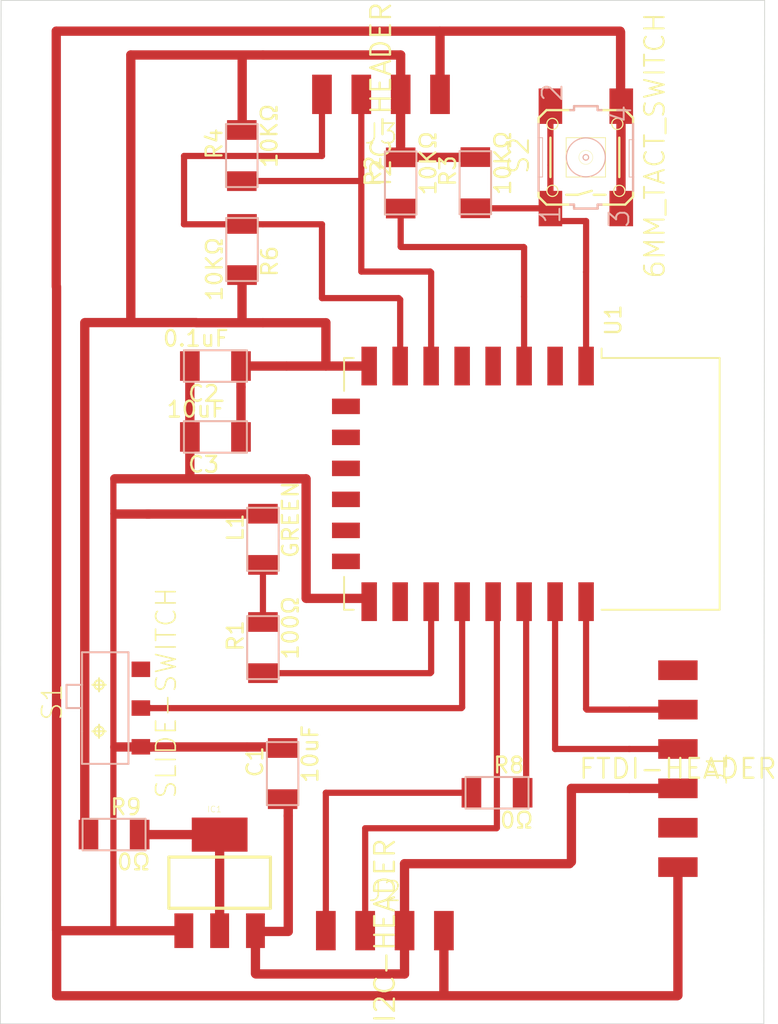
<source format=kicad_pcb>
(kicad_pcb (version 20171130) (host pcbnew "(5.1.5-0-10_14)")

  (general
    (thickness 1.6)
    (drawings 5)
    (tracks 134)
    (zones 0)
    (modules 18)
    (nets 17)
  )

  (page A4)
  (layers
    (0 F.Cu signal)
    (31 B.Cu signal)
    (32 B.Adhes user)
    (33 F.Adhes user)
    (34 B.Paste user)
    (35 F.Paste user)
    (36 B.SilkS user)
    (37 F.SilkS user)
    (38 B.Mask user)
    (39 F.Mask user)
    (40 Dwgs.User user)
    (41 Cmts.User user)
    (42 Eco1.User user)
    (43 Eco2.User user)
    (44 Edge.Cuts user)
    (45 Margin user)
    (46 B.CrtYd user)
    (47 F.CrtYd user)
    (48 B.Fab user)
    (49 F.Fab user hide)
  )

  (setup
    (last_trace_width 0.4)
    (trace_clearance 0.3)
    (zone_clearance 0.508)
    (zone_45_only no)
    (trace_min 0.2)
    (via_size 0.6)
    (via_drill 0.4)
    (via_min_size 0.4)
    (via_min_drill 0.3)
    (uvia_size 0.3)
    (uvia_drill 0.1)
    (uvias_allowed no)
    (uvia_min_size 0.2)
    (uvia_min_drill 0.1)
    (edge_width 0.05)
    (segment_width 0.2)
    (pcb_text_width 0.3)
    (pcb_text_size 1.5 1.5)
    (mod_edge_width 0.12)
    (mod_text_size 1 1)
    (mod_text_width 0.15)
    (pad_size 1.524 1.524)
    (pad_drill 0.762)
    (pad_to_mask_clearance 0.051)
    (solder_mask_min_width 0.25)
    (aux_axis_origin 0 0)
    (visible_elements FFFFFF7F)
    (pcbplotparams
      (layerselection 0x010fc_ffffffff)
      (usegerberextensions false)
      (usegerberattributes false)
      (usegerberadvancedattributes false)
      (creategerberjobfile false)
      (excludeedgelayer true)
      (linewidth 0.100000)
      (plotframeref false)
      (viasonmask false)
      (mode 1)
      (useauxorigin false)
      (hpglpennumber 1)
      (hpglpenspeed 20)
      (hpglpendiameter 15.000000)
      (psnegative false)
      (psa4output false)
      (plotreference true)
      (plotvalue true)
      (plotinvisibletext false)
      (padsonsilk false)
      (subtractmaskfromsilk false)
      (outputformat 1)
      (mirror false)
      (drillshape 1)
      (scaleselection 1)
      (outputdirectory ""))
  )

  (net 0 "")
  (net 1 3V3)
  (net 2 GND)
  (net 3 3V3REG)
  (net 4 TX)
  (net 5 RX)
  (net 6 RST)
  (net 7 "Net-(L1-Pad1)")
  (net 8 SDAI)
  (net 9 SCLI)
  (net 10 BUILTIN_LED)
  (net 11 "Net-(R2-Pad1)")
  (net 12 SDAO)
  (net 13 SCLO)
  (net 14 "Net-(J2-Pad4)")
  (net 15 "Net-(S1-Pad2)")
  (net 16 "Net-(IC1-Pad2)")

  (net_class Default "This is the default net class."
    (clearance 0.3)
    (trace_width 0.4)
    (via_dia 0.6)
    (via_drill 0.4)
    (uvia_dia 0.3)
    (uvia_drill 0.1)
    (diff_pair_width 0.4)
    (diff_pair_gap 0.25)
    (add_net 3V3)
    (add_net 3V3REG)
    (add_net BUILTIN_LED)
    (add_net GND)
    (add_net "Net-(IC1-Pad2)")
    (add_net "Net-(J2-Pad4)")
    (add_net "Net-(L1-Pad1)")
    (add_net "Net-(R2-Pad1)")
    (add_net "Net-(S1-Pad2)")
    (add_net RST)
    (add_net RX)
    (add_net SCLI)
    (add_net SCLO)
    (add_net SDAI)
    (add_net SDAO)
    (add_net TX)
  )

  (module fab-AYZ0102AGRLC (layer F.Cu) (tedit 200000) (tstamp 5E953874)
    (at 146.3113 100.43936 90)
    (path /5E8C7A5A)
    (attr smd)
    (fp_text reference S1 (at 0.381 -3.429 90) (layer F.SilkS)
      (effects (font (size 1.27 1.27) (thickness 0.1016)))
    )
    (fp_text value SLIDE-SWITCH (at 0.97536 3.937 90) (layer F.SilkS)
      (effects (font (size 1.27 1.27) (thickness 0.1016)))
    )
    (fp_line (start -3.59918 1.4986) (end 3.59918 1.4986) (layer B.SilkS) (width 0.127))
    (fp_line (start 3.59918 1.4986) (end 3.59918 -1.4986) (layer B.SilkS) (width 0.127))
    (fp_line (start 3.59918 -1.4986) (end 1.4986 -1.4986) (layer B.SilkS) (width 0.127))
    (fp_line (start 1.4986 -1.4986) (end -1.4986 -1.4986) (layer B.SilkS) (width 0.127))
    (fp_line (start -1.4986 -1.4986) (end -3.59918 -1.4986) (layer B.SilkS) (width 0.127))
    (fp_line (start -3.59918 -1.4986) (end -3.59918 1.4986) (layer B.SilkS) (width 0.127))
    (fp_line (start 0 -1.59766) (end 0 -2.49936) (layer B.SilkS) (width 0.127))
    (fp_line (start 0 -2.49936) (end 1.4986 -2.49936) (layer B.SilkS) (width 0.127))
    (fp_line (start 1.4986 -2.49936) (end 1.4986 -1.4986) (layer B.SilkS) (width 0.127))
    (fp_circle (center -1.4986 -0.39878) (end -1.70942 -0.6096) (layer F.SilkS) (width 0.127))
    (fp_line (start -1.92278 -0.39878) (end -1.07442 -0.39878) (layer F.SilkS) (width 0.127))
    (fp_line (start -1.4986 0.02286) (end -1.4986 -0.82296) (layer F.SilkS) (width 0.127))
    (fp_circle (center 1.4986 -0.39878) (end 1.70942 -0.6096) (layer F.SilkS) (width 0.127))
    (fp_line (start 1.07442 -0.39878) (end 1.92278 -0.39878) (layer F.SilkS) (width 0.127))
    (fp_line (start 1.4986 0.02286) (end 1.4986 -0.82296) (layer F.SilkS) (width 0.127))
    (pad 1 smd rect (at 2.49936 2.2987 90) (size 0.99822 1.19888) (layers F.Cu F.Paste F.Mask))
    (pad 2 smd rect (at 0 2.2987 90) (size 0.99822 1.19888) (layers F.Cu F.Paste F.Mask)
      (net 15 "Net-(S1-Pad2)"))
    (pad 3 smd rect (at -2.49936 2.2987 90) (size 0.99822 1.19888) (layers F.Cu F.Paste F.Mask)
      (net 2 GND))
    (model ${KISYS3DMOD}/Button_Switch_SMD.3dshapes/SW_DIP_SPSTx01_Slide_9.78x4.72mm_W8.61mm_P2.54mm.step
      (offset (xyz -0 -2.4 0))
      (scale (xyz 0.6 0.6 0.6))
      (rotate (xyz 0 0 90))
    )
  )

  (module fab-C1206FAB (layer F.Cu) (tedit 200000) (tstamp 5E97EB21)
    (at 157.76 104.667 90)
    (path /5E8FDBC6)
    (attr smd)
    (fp_text reference C1 (at 0.762 -1.778 90) (layer F.SilkS)
      (effects (font (size 1.016 1.016) (thickness 0.1524)))
    )
    (fp_text value 10uF (at 1.27 1.778 90) (layer F.SilkS)
      (effects (font (size 1.016 1.016) (thickness 0.1524)))
    )
    (fp_line (start -2.032 1.016) (end -2.032 -1.016) (layer B.SilkS) (width 0.127))
    (fp_line (start 2.032 1.016) (end -2.032 1.016) (layer B.SilkS) (width 0.127))
    (fp_line (start 2.032 -1.016) (end 2.032 1.016) (layer B.SilkS) (width 0.127))
    (fp_line (start -2.032 -1.016) (end 2.032 -1.016) (layer B.SilkS) (width 0.127))
    (pad 2 smd rect (at 1.651 0 90) (size 1.27 1.905) (layers F.Cu F.Paste F.Mask)
      (net 2 GND))
    (pad 1 smd rect (at -1.651 0 90) (size 1.27 1.905) (layers F.Cu F.Paste F.Mask)
      (net 3 3V3REG))
    (model ${KISYS3DMOD}/Capacitor_SMD.3dshapes/C_1206_3216Metric.step
      (at (xyz 0 0 0))
      (scale (xyz 1 1 1))
      (rotate (xyz 0 0 0))
    )
  )

  (module fab-C1206FAB (layer F.Cu) (tedit 200000) (tstamp 5E97EB2B)
    (at 153.423 78.378 180)
    (path /5E8FEBC8)
    (attr smd)
    (fp_text reference C2 (at 0.762 -1.778) (layer F.SilkS)
      (effects (font (size 1.016 1.016) (thickness 0.1524)))
    )
    (fp_text value 0.1uF (at 1.27 1.778) (layer F.SilkS)
      (effects (font (size 1.016 1.016) (thickness 0.1524)))
    )
    (fp_line (start -2.032 1.016) (end -2.032 -1.016) (layer B.SilkS) (width 0.127))
    (fp_line (start 2.032 1.016) (end -2.032 1.016) (layer B.SilkS) (width 0.127))
    (fp_line (start 2.032 -1.016) (end 2.032 1.016) (layer B.SilkS) (width 0.127))
    (fp_line (start -2.032 -1.016) (end 2.032 -1.016) (layer B.SilkS) (width 0.127))
    (pad 2 smd rect (at 1.651 0 180) (size 1.27 1.905) (layers F.Cu F.Paste F.Mask)
      (net 2 GND))
    (pad 1 smd rect (at -1.651 0 180) (size 1.27 1.905) (layers F.Cu F.Paste F.Mask)
      (net 1 3V3))
    (model ${KISYS3DMOD}/Capacitor_SMD.3dshapes/C_1206_3216Metric.step
      (at (xyz 0 0 0))
      (scale (xyz 1 1 1))
      (rotate (xyz 0 0 0))
    )
  )

  (module fab-C1206FAB (layer F.Cu) (tedit 200000) (tstamp 5E97EB35)
    (at 153.423 82.95 180)
    (path /5E900157)
    (attr smd)
    (fp_text reference C3 (at 0.762 -1.778) (layer F.SilkS)
      (effects (font (size 1.016 1.016) (thickness 0.1524)))
    )
    (fp_text value 10uF (at 1.27 1.778) (layer F.SilkS)
      (effects (font (size 1.016 1.016) (thickness 0.1524)))
    )
    (fp_line (start -2.032 -1.016) (end 2.032 -1.016) (layer B.SilkS) (width 0.127))
    (fp_line (start 2.032 -1.016) (end 2.032 1.016) (layer B.SilkS) (width 0.127))
    (fp_line (start 2.032 1.016) (end -2.032 1.016) (layer B.SilkS) (width 0.127))
    (fp_line (start -2.032 1.016) (end -2.032 -1.016) (layer B.SilkS) (width 0.127))
    (pad 1 smd rect (at -1.651 0 180) (size 1.27 1.905) (layers F.Cu F.Paste F.Mask)
      (net 1 3V3))
    (pad 2 smd rect (at 1.651 0 180) (size 1.27 1.905) (layers F.Cu F.Paste F.Mask)
      (net 2 GND))
    (model ${KISYS3DMOD}/Capacitor_SMD.3dshapes/C_1206_3216Metric.step
      (at (xyz 0 0 0))
      (scale (xyz 1 1 1))
      (rotate (xyz 0 0 0))
    )
  )

  (module fab-1X06SMD (layer F.Cu) (tedit 200000) (tstamp 5E97EB7C)
    (at 183.275 104.35 180)
    (path /5E8F3E86)
    (attr smd)
    (fp_text reference J1 (at -2.54 0 90) (layer F.SilkS)
      (effects (font (size 1.27 1.27) (thickness 0.1016)))
    )
    (fp_text value FTDI-HEADER (at 0 0) (layer F.SilkS)
      (effects (font (size 1.27 1.27) (thickness 0.15)))
    )
    (pad 1 smd rect (at 0 -6.35 180) (size 2.54 1.27) (layers F.Cu F.Paste F.Mask)
      (net 2 GND))
    (pad 2 smd rect (at 0 -3.81 180) (size 2.54 1.27) (layers F.Cu F.Paste F.Mask))
    (pad 3 smd rect (at 0 -1.27 180) (size 2.54 1.27) (layers F.Cu F.Paste F.Mask)
      (net 3 3V3REG))
    (pad 4 smd rect (at 0 1.27 180) (size 2.54 1.27) (layers F.Cu F.Paste F.Mask)
      (net 4 TX))
    (pad 5 smd rect (at 0 3.81 180) (size 2.54 1.27) (layers F.Cu F.Paste F.Mask)
      (net 5 RX))
    (pad 6 smd rect (at 0 6.35 180) (size 2.54 1.27) (layers F.Cu F.Paste F.Mask))
    (model ${KISYS3DMOD}/Connector_PinHeader_2.54mm.3dshapes/PinHeader_1x06_P2.54mm_Horizontal.wrl
      (offset (xyz 0 -6.3 0))
      (scale (xyz 1 1 1))
      (rotate (xyz 0 0 180))
    )
  )

  (module fab-R1206FAB (layer F.Cu) (tedit 200000) (tstamp 5E97EB90)
    (at 170.2 66.551 90)
    (path /5E8DB166)
    (attr smd)
    (fp_text reference R3 (at 0.762 -1.778 90) (layer F.SilkS)
      (effects (font (size 1.016 1.016) (thickness 0.1524)))
    )
    (fp_text value 10KΩ (at 1.27 1.778 90) (layer F.SilkS)
      (effects (font (size 1.016 1.016) (thickness 0.1524)))
    )
    (fp_line (start -2.032 -1.016) (end 2.032 -1.016) (layer B.SilkS) (width 0.127))
    (fp_line (start 2.032 -1.016) (end 2.032 1.016) (layer B.SilkS) (width 0.127))
    (fp_line (start 2.032 1.016) (end -2.032 1.016) (layer B.SilkS) (width 0.127))
    (fp_line (start -2.032 1.016) (end -2.032 -1.016) (layer B.SilkS) (width 0.127))
    (pad 1 smd rect (at -1.651 0 90) (size 1.27 1.905) (layers F.Cu F.Paste F.Mask)
      (net 6 RST))
    (pad 2 smd rect (at 1.651 0 90) (size 1.27 1.905) (layers F.Cu F.Paste F.Mask)
      (net 1 3V3))
    (model ${KISYS3DMOD}/Resistor_SMD.3dshapes/R_1206_3216Metric.step
      (at (xyz 0 0 0))
      (scale (xyz 1 1 1))
      (rotate (xyz 0 0 0))
    )
  )

  (module fab-R1206FAB (layer F.Cu) (tedit 200000) (tstamp 5E97EBAE)
    (at 155.14 70.86 270)
    (path /5EE109D6)
    (attr smd)
    (fp_text reference R6 (at 0.762 -1.778 90) (layer F.SilkS)
      (effects (font (size 1.016 1.016) (thickness 0.1524)))
    )
    (fp_text value 10KΩ (at 1.27 1.778 90) (layer F.SilkS)
      (effects (font (size 1.016 1.016) (thickness 0.1524)))
    )
    (fp_line (start -2.032 -1.016) (end 2.032 -1.016) (layer B.SilkS) (width 0.127))
    (fp_line (start 2.032 -1.016) (end 2.032 1.016) (layer B.SilkS) (width 0.127))
    (fp_line (start 2.032 1.016) (end -2.032 1.016) (layer B.SilkS) (width 0.127))
    (fp_line (start -2.032 1.016) (end -2.032 -1.016) (layer B.SilkS) (width 0.127))
    (pad 1 smd rect (at -1.651 0 270) (size 1.27 1.905) (layers F.Cu F.Paste F.Mask)
      (net 13 SCLO))
    (pad 2 smd rect (at 1.651 0 270) (size 1.27 1.905) (layers F.Cu F.Paste F.Mask)
      (net 1 3V3))
    (model ${KISYS3DMOD}/Resistor_SMD.3dshapes/R_1206_3216Metric.step
      (at (xyz 0 0 0))
      (scale (xyz 1 1 1))
      (rotate (xyz 0 0 0))
    )
  )

  (module fab-6MM_SWITCH (layer F.Cu) (tedit 200000) (tstamp 5E97EC1E)
    (at 177.332 64.916 90)
    (descr "OMRON SWITCH")
    (tags "OMRON SWITCH")
    (path /5E8D98B1)
    (attr smd)
    (fp_text reference S2 (at 0.127 -4.318 90) (layer F.SilkS)
      (effects (font (size 1.27 1.27) (thickness 0.127)))
    )
    (fp_text value 6MM_TACT_SWITCH (at 0.762 4.445 90) (layer F.SilkS)
      (effects (font (size 1.27 1.27) (thickness 0.127)))
    )
    (fp_line (start 3.302 0.762) (end 3.048 0.762) (layer B.SilkS) (width 0.1524))
    (fp_line (start 3.302 0.762) (end 3.302 -0.762) (layer B.SilkS) (width 0.1524))
    (fp_line (start 3.048 -0.762) (end 3.302 -0.762) (layer B.SilkS) (width 0.1524))
    (fp_line (start 3.048 -1.016) (end 3.048 -2.54) (layer F.SilkS) (width 0.1524))
    (fp_line (start -3.302 -0.762) (end -3.048 -0.762) (layer B.SilkS) (width 0.1524))
    (fp_line (start -3.302 -0.762) (end -3.302 0.762) (layer B.SilkS) (width 0.1524))
    (fp_line (start -3.048 0.762) (end -3.302 0.762) (layer B.SilkS) (width 0.1524))
    (fp_line (start 3.048 -2.54) (end 2.54 -3.048) (layer F.SilkS) (width 0.1524))
    (fp_line (start 2.54 3.048) (end 3.048 2.54) (layer F.SilkS) (width 0.1524))
    (fp_line (start 3.048 2.54) (end 3.048 1.016) (layer F.SilkS) (width 0.1524))
    (fp_line (start -2.54 -3.048) (end -3.048 -2.54) (layer F.SilkS) (width 0.1524))
    (fp_line (start -3.048 -2.54) (end -3.048 -1.016) (layer F.SilkS) (width 0.1524))
    (fp_line (start -2.54 3.048) (end -3.048 2.54) (layer F.SilkS) (width 0.1524))
    (fp_line (start -3.048 2.54) (end -3.048 1.016) (layer F.SilkS) (width 0.1524))
    (fp_line (start -1.27 -1.27) (end -1.27 1.27) (layer F.SilkS) (width 0.0508))
    (fp_line (start 1.27 1.27) (end -1.27 1.27) (layer F.SilkS) (width 0.0508))
    (fp_line (start 1.27 1.27) (end 1.27 -1.27) (layer F.SilkS) (width 0.0508))
    (fp_line (start -1.27 -1.27) (end 1.27 -1.27) (layer F.SilkS) (width 0.0508))
    (fp_line (start -1.27 -3.048) (end -1.27 -2.794) (layer B.SilkS) (width 0.0508))
    (fp_line (start 1.27 -2.794) (end -1.27 -2.794) (layer B.SilkS) (width 0.0508))
    (fp_line (start 1.27 -2.794) (end 1.27 -3.048) (layer B.SilkS) (width 0.0508))
    (fp_line (start 1.143 2.794) (end -1.27 2.794) (layer B.SilkS) (width 0.0508))
    (fp_line (start 1.143 2.794) (end 1.143 3.048) (layer B.SilkS) (width 0.0508))
    (fp_line (start -1.27 2.794) (end -1.27 3.048) (layer B.SilkS) (width 0.0508))
    (fp_line (start 2.54 3.048) (end 2.159 3.048) (layer F.SilkS) (width 0.1524))
    (fp_line (start -2.54 3.048) (end -2.159 3.048) (layer F.SilkS) (width 0.1524))
    (fp_line (start -2.159 3.048) (end -1.27 3.048) (layer B.SilkS) (width 0.1524))
    (fp_line (start -2.54 -3.048) (end -2.159 -3.048) (layer F.SilkS) (width 0.1524))
    (fp_line (start 2.54 -3.048) (end 2.159 -3.048) (layer F.SilkS) (width 0.1524))
    (fp_line (start 2.159 -3.048) (end 1.27 -3.048) (layer B.SilkS) (width 0.1524))
    (fp_line (start 1.27 -3.048) (end -1.27 -3.048) (layer B.SilkS) (width 0.1524))
    (fp_line (start -1.27 -3.048) (end -2.159 -3.048) (layer B.SilkS) (width 0.1524))
    (fp_line (start -1.27 3.048) (end 1.143 3.048) (layer B.SilkS) (width 0.1524))
    (fp_line (start 1.143 3.048) (end 2.159 3.048) (layer B.SilkS) (width 0.1524))
    (fp_line (start 3.048 0.762) (end 3.048 1.016) (layer B.SilkS) (width 0.1524))
    (fp_line (start 3.048 -0.762) (end 3.048 -1.016) (layer B.SilkS) (width 0.1524))
    (fp_line (start -3.048 0.762) (end -3.048 1.016) (layer B.SilkS) (width 0.1524))
    (fp_line (start -3.048 -0.762) (end -3.048 -1.016) (layer B.SilkS) (width 0.1524))
    (fp_line (start -1.27 2.159) (end 1.27 2.159) (layer F.SilkS) (width 0.1524))
    (fp_line (start 1.27 -2.286) (end -1.27 -2.286) (layer F.SilkS) (width 0.1524))
    (fp_line (start -2.413 -1.27) (end -2.413 -0.508) (layer F.SilkS) (width 0.1524))
    (fp_line (start -2.413 0.508) (end -2.413 1.27) (layer F.SilkS) (width 0.1524))
    (fp_line (start -2.413 -0.508) (end -2.159 0.381) (layer F.SilkS) (width 0.1524))
    (fp_circle (center 0 0) (end -0.889 0.889) (layer B.SilkS) (width 0.0762))
    (fp_circle (center -2.159 2.159) (end -2.413 2.413) (layer F.SilkS) (width 0.0762))
    (fp_circle (center 2.159 2.032) (end 2.413 2.286) (layer F.SilkS) (width 0.0762))
    (fp_circle (center 2.159 -2.159) (end 2.413 -2.413) (layer F.SilkS) (width 0.0762))
    (fp_circle (center -2.159 -2.159) (end -2.413 -2.413) (layer F.SilkS) (width 0.0762))
    (fp_circle (center 0 0) (end -0.3175 0.3175) (layer F.SilkS) (width 0.0254))
    (fp_circle (center 0 0) (end -0.127 0.127) (layer B.SilkS) (width 0.0762))
    (fp_text user 1 (at -3.683 -2.286 90) (layer B.SilkS)
      (effects (font (size 1.27 1.27) (thickness 0.127)))
    )
    (fp_text user 2 (at 4.191 -2.159 90) (layer B.SilkS)
      (effects (font (size 1.27 1.27) (thickness 0.127)))
    )
    (fp_text user 3 (at -3.937 2.159 90) (layer B.SilkS)
      (effects (font (size 1.27 1.27) (thickness 0.127)))
    )
    (fp_text user 4 (at 2.794 2.286 90) (layer B.SilkS)
      (effects (font (size 1.27 1.27) (thickness 0.127)))
    )
    (pad 1 smd rect (at -3.302 -2.286 90) (size 2.286 1.524) (layers F.Cu F.Paste F.Mask)
      (net 6 RST))
    (pad 2 smd rect (at 3.302 -2.286 90) (size 2.286 1.524) (layers F.Cu F.Paste F.Mask)
      (net 6 RST))
    (pad 3 smd rect (at -3.302 2.286 90) (size 2.286 1.524) (layers F.Cu F.Paste F.Mask)
      (net 2 GND))
    (pad 4 smd rect (at 3.302 2.286 90) (size 2.286 1.524) (layers F.Cu F.Paste F.Mask)
      (net 2 GND))
    (model ${KISYS3DMOD}/Button_Switch_THT.3dshapes/SW_PUSH_6mm_H8mm.wrl
      (offset (xyz -3 2.2 0))
      (scale (xyz 1 1 1))
      (rotate (xyz 0 0 0))
    )
  )

  (module fab-LED1206FAB (layer F.Cu) (tedit 200000) (tstamp 5EA8A558)
    (at 156.49 89.554 90)
    (descr "LED1206 FAB STYLE (SMALLER PADS TO ALLOW TRACE BETWEEN)")
    (tags "LED1206 FAB STYLE (SMALLER PADS TO ALLOW TRACE BETWEEN)")
    (path /5E8CBFB4)
    (attr smd)
    (fp_text reference L1 (at 0.762 -1.778 90) (layer F.SilkS)
      (effects (font (size 1.016 1.016) (thickness 0.1524)))
    )
    (fp_text value GREEN (at 1.27 1.778 90) (layer F.SilkS)
      (effects (font (size 1.016 1.016) (thickness 0.1524)))
    )
    (fp_line (start -2.032 -1.016) (end 2.032 -1.016) (layer B.SilkS) (width 0.127))
    (fp_line (start 2.032 -1.016) (end 2.032 1.016) (layer B.SilkS) (width 0.127))
    (fp_line (start 2.032 1.016) (end -2.032 1.016) (layer B.SilkS) (width 0.127))
    (fp_line (start -2.032 1.016) (end -2.032 -1.016) (layer B.SilkS) (width 0.127))
    (pad 1 smd rect (at -1.651 0 90) (size 1.27 1.905) (layers F.Cu F.Paste F.Mask)
      (net 7 "Net-(L1-Pad1)"))
    (pad 2 smd rect (at 1.651 0 90) (size 1.27 1.905) (layers F.Cu F.Paste F.Mask)
      (net 2 GND))
    (model ${KISYS3DMOD}/LED_SMD.3dshapes/LED_1206_3216Metric_Castellated.wrl
      (at (xyz 0 0 0))
      (scale (xyz 1 1 1))
      (rotate (xyz 0 0 0))
    )
  )

  (module fab-R1206FAB (layer F.Cu) (tedit 200000) (tstamp 5EA8A562)
    (at 156.49 96.539 90)
    (path /5E8CE095)
    (attr smd)
    (fp_text reference R1 (at 0.762 -1.778 90) (layer F.SilkS)
      (effects (font (size 1.016 1.016) (thickness 0.1524)))
    )
    (fp_text value 100Ω (at 1.27 1.778 90) (layer F.SilkS)
      (effects (font (size 1.016 1.016) (thickness 0.1524)))
    )
    (fp_line (start -2.032 -1.016) (end 2.032 -1.016) (layer B.SilkS) (width 0.127))
    (fp_line (start 2.032 -1.016) (end 2.032 1.016) (layer B.SilkS) (width 0.127))
    (fp_line (start 2.032 1.016) (end -2.032 1.016) (layer B.SilkS) (width 0.127))
    (fp_line (start -2.032 1.016) (end -2.032 -1.016) (layer B.SilkS) (width 0.127))
    (pad 1 smd rect (at -1.651 0 90) (size 1.27 1.905) (layers F.Cu F.Paste F.Mask)
      (net 10 BUILTIN_LED))
    (pad 2 smd rect (at 1.651 0 90) (size 1.27 1.905) (layers F.Cu F.Paste F.Mask)
      (net 7 "Net-(L1-Pad1)"))
    (model ${KISYS3DMOD}/Resistor_SMD.3dshapes/R_1206_3216Metric.step
      (at (xyz 0 0 0))
      (scale (xyz 1 1 1))
      (rotate (xyz 0 0 0))
    )
  )

  (module fab-R1206FAB (layer F.Cu) (tedit 200000) (tstamp 5EA8A56C)
    (at 165.38 66.567 90)
    (path /5EF590E1)
    (attr smd)
    (fp_text reference R2 (at 0.762 -1.778 90) (layer F.SilkS)
      (effects (font (size 1.016 1.016) (thickness 0.1524)))
    )
    (fp_text value 10KΩ (at 1.27 1.778 90) (layer F.SilkS)
      (effects (font (size 1.016 1.016) (thickness 0.1524)))
    )
    (fp_line (start -2.032 1.016) (end -2.032 -1.016) (layer B.SilkS) (width 0.127))
    (fp_line (start 2.032 1.016) (end -2.032 1.016) (layer B.SilkS) (width 0.127))
    (fp_line (start 2.032 -1.016) (end 2.032 1.016) (layer B.SilkS) (width 0.127))
    (fp_line (start -2.032 -1.016) (end 2.032 -1.016) (layer B.SilkS) (width 0.127))
    (pad 2 smd rect (at 1.651 0 90) (size 1.27 1.905) (layers F.Cu F.Paste F.Mask)
      (net 1 3V3))
    (pad 1 smd rect (at -1.651 0 90) (size 1.27 1.905) (layers F.Cu F.Paste F.Mask)
      (net 11 "Net-(R2-Pad1)"))
    (model ${KISYS3DMOD}/Resistor_SMD.3dshapes/R_1206_3216Metric.step
      (at (xyz 0 0 0))
      (scale (xyz 1 1 1))
      (rotate (xyz 0 0 0))
    )
  )

  (module fab-SOT223 (layer F.Cu) (tedit 5E6F6C42) (tstamp 5EA9AC9D)
    (at 153.696 111.703)
    (descr <b>SOT-223</b>)
    (path /5EAB2FD9)
    (fp_text reference IC1 (at -0.8255 -4.5085) (layer F.SilkS)
      (effects (font (size 0.38608 0.38608) (thickness 0.030886)) (justify left bottom))
    )
    (fp_text value VOLTAGE-REGULATOR-3V3 (at -1.0795 0.1905) (layer F.Fab)
      (effects (font (size 0.38608 0.38608) (thickness 0.030886)) (justify left bottom))
    )
    (fp_line (start 3.2766 -1.651) (end 3.2766 1.651) (layer F.SilkS) (width 0.2032))
    (fp_line (start 3.2766 1.651) (end -3.2766 1.651) (layer F.SilkS) (width 0.2032))
    (fp_line (start -3.2766 1.651) (end -3.2766 -1.651) (layer F.SilkS) (width 0.2032))
    (fp_line (start -3.2766 -1.651) (end 3.2766 -1.651) (layer F.SilkS) (width 0.2032))
    (fp_poly (pts (xy -1.6002 -1.8034) (xy 1.6002 -1.8034) (xy 1.6002 -3.6576) (xy -1.6002 -3.6576)) (layer F.Fab) (width 0))
    (fp_poly (pts (xy -0.4318 3.6576) (xy 0.4318 3.6576) (xy 0.4318 1.8034) (xy -0.4318 1.8034)) (layer F.Fab) (width 0))
    (fp_poly (pts (xy -2.7432 3.6576) (xy -1.8796 3.6576) (xy -1.8796 1.8034) (xy -2.7432 1.8034)) (layer F.Fab) (width 0))
    (fp_poly (pts (xy 1.8796 3.6576) (xy 2.7432 3.6576) (xy 2.7432 1.8034) (xy 1.8796 1.8034)) (layer F.Fab) (width 0))
    (fp_poly (pts (xy -1.6002 -1.8034) (xy 1.6002 -1.8034) (xy 1.6002 -3.6576) (xy -1.6002 -3.6576)) (layer F.Fab) (width 0))
    (fp_poly (pts (xy -0.4318 3.6576) (xy 0.4318 3.6576) (xy 0.4318 1.8034) (xy -0.4318 1.8034)) (layer F.Fab) (width 0))
    (fp_poly (pts (xy -2.7432 3.6576) (xy -1.8796 3.6576) (xy -1.8796 1.8034) (xy -2.7432 1.8034)) (layer F.Fab) (width 0))
    (fp_poly (pts (xy 1.8796 3.6576) (xy 2.7432 3.6576) (xy 2.7432 1.8034) (xy 1.8796 1.8034)) (layer F.Fab) (width 0))
    (pad 1 smd rect (at -2.3114 3.0988) (size 1.2192 2.2352) (layers F.Cu F.Paste F.Mask)
      (net 2 GND) (solder_mask_margin 0.1016))
    (pad 2 smd rect (at 0 3.0988) (size 1.2192 2.2352) (layers F.Cu F.Paste F.Mask)
      (net 16 "Net-(IC1-Pad2)") (solder_mask_margin 0.1016))
    (pad 3 smd rect (at 2.3114 3.0988) (size 1.2192 2.2352) (layers F.Cu F.Paste F.Mask)
      (net 3 3V3REG) (solder_mask_margin 0.1016))
    (pad 2 smd rect (at 0 -3.099) (size 3.6 2.2) (layers F.Cu F.Paste F.Mask)
      (net 16 "Net-(IC1-Pad2)") (solder_mask_margin 0.1016))
    (model ${KISYS3DMOD}/Package_TO_SOT_SMD.3dshapes/SOT-223.wrl
      (at (xyz 0 0 0))
      (scale (xyz 1 1 1))
      (rotate (xyz 0 0 -90))
    )
  )

  (module fab-1X04SMD (layer F.Cu) (tedit 5E6F66E9) (tstamp 5EB6C7F6)
    (at 164.11 60.852 90)
    (path /5EBA1BB9)
    (attr smd)
    (fp_text reference J3 (at -2.54 0) (layer F.SilkS)
      (effects (font (size 1.27 1.27) (thickness 0.1016)))
    )
    (fp_text value I2C-HEADER (at 0 0 90) (layer F.SilkS)
      (effects (font (size 1.27 1.27) (thickness 0.15)))
    )
    (pad 1 smd rect (at 0 -3.81 90) (size 2.54 1.27) (layers F.Cu F.Paste F.Mask)
      (net 13 SCLO))
    (pad 2 smd rect (at 0 -1.27 90) (size 2.54 1.27) (layers F.Cu F.Paste F.Mask)
      (net 12 SDAO))
    (pad 3 smd rect (at 0 1.27 90) (size 2.54 1.27) (layers F.Cu F.Paste F.Mask)
      (net 1 3V3))
    (pad 4 smd rect (at 0 3.81 90) (size 2.54 1.27) (layers F.Cu F.Paste F.Mask)
      (net 2 GND))
    (model ${KISYS3DMOD}/Connector_PinHeader_2.54mm.3dshapes/PinHeader_1x04_P2.54mm_Horizontal.wrl
      (offset (xyz 0 3.8 0))
      (scale (xyz 1 1 1))
      (rotate (xyz 0 0 0))
    )
  )

  (module fab-1X04SMD (layer F.Cu) (tedit 5E6F66E9) (tstamp 5EF0079D)
    (at 164.36 114.798 270)
    (path /5EF3D6BC)
    (attr smd)
    (fp_text reference J2 (at -2.54 0) (layer F.SilkS)
      (effects (font (size 1.27 1.27) (thickness 0.1016)))
    )
    (fp_text value I2C-HEADER (at 0 0 90) (layer F.SilkS)
      (effects (font (size 1.27 1.27) (thickness 0.15)))
    )
    (pad 1 smd rect (at 0 -3.81 270) (size 2.54 1.27) (layers F.Cu F.Paste F.Mask)
      (net 2 GND))
    (pad 2 smd rect (at 0 -1.27 270) (size 2.54 1.27) (layers F.Cu F.Paste F.Mask)
      (net 3 3V3REG))
    (pad 3 smd rect (at 0 1.27 270) (size 2.54 1.27) (layers F.Cu F.Paste F.Mask)
      (net 8 SDAI))
    (pad 4 smd rect (at 0 3.81 270) (size 2.54 1.27) (layers F.Cu F.Paste F.Mask)
      (net 14 "Net-(J2-Pad4)"))
    (model ${KISYS3DMOD}/Connector_PinHeader_2.54mm.3dshapes/PinHeader_1x04_P2.54mm_Horizontal.wrl
      (offset (xyz 0 3.8 0))
      (scale (xyz 1 1 1))
      (rotate (xyz 0 0 0))
    )
  )

  (module fab-R1206FAB (layer F.Cu) (tedit 200000) (tstamp 5EF007AD)
    (at 155.125 64.8 90)
    (path /5EE2267B)
    (attr smd)
    (fp_text reference R4 (at 0.762 -1.778 90) (layer F.SilkS)
      (effects (font (size 1.016 1.016) (thickness 0.1524)))
    )
    (fp_text value 10KΩ (at 1.27 1.778 90) (layer F.SilkS)
      (effects (font (size 1.016 1.016) (thickness 0.1524)))
    )
    (fp_line (start -2.032 1.016) (end -2.032 -1.016) (layer B.SilkS) (width 0.127))
    (fp_line (start 2.032 1.016) (end -2.032 1.016) (layer B.SilkS) (width 0.127))
    (fp_line (start 2.032 -1.016) (end 2.032 1.016) (layer B.SilkS) (width 0.127))
    (fp_line (start -2.032 -1.016) (end 2.032 -1.016) (layer B.SilkS) (width 0.127))
    (pad 2 smd rect (at 1.651 0 90) (size 1.27 1.905) (layers F.Cu F.Paste F.Mask)
      (net 1 3V3))
    (pad 1 smd rect (at -1.651 0 90) (size 1.27 1.905) (layers F.Cu F.Paste F.Mask)
      (net 12 SDAO))
    (model ${KISYS3DMOD}/Resistor_SMD.3dshapes/R_1206_3216Metric.step
      (at (xyz 0 0 0))
      (scale (xyz 1 1 1))
      (rotate (xyz 0 0 0))
    )
  )

  (module RF_Module:ESP-12E (layer F.Cu) (tedit 5A030172) (tstamp 5EF007AE)
    (at 173.848 85.978 270)
    (descr "Wi-Fi Module, http://wiki.ai-thinker.com/_media/esp8266/docs/aithinker_esp_12f_datasheet_en.pdf")
    (tags "Wi-Fi Module")
    (path /5EF34A44)
    (attr smd)
    (fp_text reference U1 (at -10.56 -5.26 90) (layer F.SilkS)
      (effects (font (size 1 1) (thickness 0.15)))
    )
    (fp_text value ESP-12E (at -0.06 -12.78 90) (layer F.Fab)
      (effects (font (size 1 1) (thickness 0.15)))
    )
    (fp_text user Antenna (at -0.06 -7 270) (layer Cmts.User)
      (effects (font (size 1 1) (thickness 0.15)))
    )
    (fp_text user "KEEP-OUT ZONE" (at 0.03 -9.55 270) (layer Cmts.User)
      (effects (font (size 1 1) (thickness 0.15)))
    )
    (fp_text user %R (at 0.49 -0.8 90) (layer F.Fab)
      (effects (font (size 1 1) (thickness 0.15)))
    )
    (fp_line (start -8 -12) (end 8 -12) (layer F.Fab) (width 0.12))
    (fp_line (start 8 -12) (end 8 12) (layer F.Fab) (width 0.12))
    (fp_line (start 8 12) (end -8 12) (layer F.Fab) (width 0.12))
    (fp_line (start -8 12) (end -8 -3) (layer F.Fab) (width 0.12))
    (fp_line (start -8 -3) (end -7.5 -3.5) (layer F.Fab) (width 0.12))
    (fp_line (start -7.5 -3.5) (end -8 -4) (layer F.Fab) (width 0.12))
    (fp_line (start -8 -4) (end -8 -12) (layer F.Fab) (width 0.12))
    (fp_line (start -9.05 -12.2) (end 9.05 -12.2) (layer F.CrtYd) (width 0.05))
    (fp_line (start 9.05 -12.2) (end 9.05 13.1) (layer F.CrtYd) (width 0.05))
    (fp_line (start 9.05 13.1) (end -9.05 13.1) (layer F.CrtYd) (width 0.05))
    (fp_line (start -9.05 13.1) (end -9.05 -12.2) (layer F.CrtYd) (width 0.05))
    (fp_line (start -8.12 -12.12) (end 8.12 -12.12) (layer F.SilkS) (width 0.12))
    (fp_line (start 8.12 -12.12) (end 8.12 -4.5) (layer F.SilkS) (width 0.12))
    (fp_line (start 8.12 11.5) (end 8.12 12.12) (layer F.SilkS) (width 0.12))
    (fp_line (start 8.12 12.12) (end 6 12.12) (layer F.SilkS) (width 0.12))
    (fp_line (start -6 12.12) (end -8.12 12.12) (layer F.SilkS) (width 0.12))
    (fp_line (start -8.12 12.12) (end -8.12 11.5) (layer F.SilkS) (width 0.12))
    (fp_line (start -8.12 -4.5) (end -8.12 -12.12) (layer F.SilkS) (width 0.12))
    (fp_line (start -8.12 -4.5) (end -8.73 -4.5) (layer F.SilkS) (width 0.12))
    (fp_line (start -8.12 -12.12) (end 8.12 -12.12) (layer Dwgs.User) (width 0.12))
    (fp_line (start 8.12 -12.12) (end 8.12 -4.8) (layer Dwgs.User) (width 0.12))
    (fp_line (start 8.12 -4.8) (end -8.12 -4.8) (layer Dwgs.User) (width 0.12))
    (fp_line (start -8.12 -4.8) (end -8.12 -12.12) (layer Dwgs.User) (width 0.12))
    (fp_line (start -8.12 -9.12) (end -5.12 -12.12) (layer Dwgs.User) (width 0.12))
    (fp_line (start -8.12 -6.12) (end -2.12 -12.12) (layer Dwgs.User) (width 0.12))
    (fp_line (start -6.44 -4.8) (end 0.88 -12.12) (layer Dwgs.User) (width 0.12))
    (fp_line (start -3.44 -4.8) (end 3.88 -12.12) (layer Dwgs.User) (width 0.12))
    (fp_line (start -0.44 -4.8) (end 6.88 -12.12) (layer Dwgs.User) (width 0.12))
    (fp_line (start 2.56 -4.8) (end 8.12 -10.36) (layer Dwgs.User) (width 0.12))
    (fp_line (start 5.56 -4.8) (end 8.12 -7.36) (layer Dwgs.User) (width 0.12))
    (pad 1 smd rect (at -7.6 -3.5 270) (size 2.5 1) (layers F.Cu F.Paste F.Mask)
      (net 6 RST))
    (pad 2 smd rect (at -7.6 -1.5 270) (size 2.5 1) (layers F.Cu F.Paste F.Mask))
    (pad 3 smd rect (at -7.6 0.5 270) (size 2.5 1) (layers F.Cu F.Paste F.Mask)
      (net 11 "Net-(R2-Pad1)"))
    (pad 4 smd rect (at -7.6 2.5 270) (size 2.5 1) (layers F.Cu F.Paste F.Mask))
    (pad 5 smd rect (at -7.6 4.5 270) (size 2.5 1) (layers F.Cu F.Paste F.Mask))
    (pad 6 smd rect (at -7.6 6.5 270) (size 2.5 1) (layers F.Cu F.Paste F.Mask)
      (net 12 SDAO))
    (pad 7 smd rect (at -7.6 8.5 270) (size 2.5 1) (layers F.Cu F.Paste F.Mask)
      (net 13 SCLO))
    (pad 8 smd rect (at -7.6 10.5 270) (size 2.5 1) (layers F.Cu F.Paste F.Mask)
      (net 1 3V3))
    (pad 9 smd rect (at -5 12 270) (size 1 1.8) (layers F.Cu F.Paste F.Mask))
    (pad 10 smd rect (at -3 12 270) (size 1 1.8) (layers F.Cu F.Paste F.Mask))
    (pad 11 smd rect (at -1 12 270) (size 1 1.8) (layers F.Cu F.Paste F.Mask))
    (pad 12 smd rect (at 1 12 270) (size 1 1.8) (layers F.Cu F.Paste F.Mask))
    (pad 13 smd rect (at 3 12 270) (size 1 1.8) (layers F.Cu F.Paste F.Mask))
    (pad 14 smd rect (at 5 12 270) (size 1 1.8) (layers F.Cu F.Paste F.Mask))
    (pad 15 smd rect (at 7.6 10.5 270) (size 2.5 1) (layers F.Cu F.Paste F.Mask)
      (net 2 GND))
    (pad 16 smd rect (at 7.6 8.5 270) (size 2.5 1) (layers F.Cu F.Paste F.Mask))
    (pad 17 smd rect (at 7.6 6.5 270) (size 2.5 1) (layers F.Cu F.Paste F.Mask)
      (net 10 BUILTIN_LED))
    (pad 18 smd rect (at 7.6 4.5 270) (size 2.5 1) (layers F.Cu F.Paste F.Mask)
      (net 15 "Net-(S1-Pad2)"))
    (pad 19 smd rect (at 7.6 2.5 270) (size 2.5 1) (layers F.Cu F.Paste F.Mask)
      (net 8 SDAI))
    (pad 20 smd rect (at 7.6 0.5 270) (size 2.5 1) (layers F.Cu F.Paste F.Mask)
      (net 9 SCLI))
    (pad 21 smd rect (at 7.6 -1.5 270) (size 2.5 1) (layers F.Cu F.Paste F.Mask)
      (net 4 TX))
    (pad 22 smd rect (at 7.6 -3.5 270) (size 2.5 1) (layers F.Cu F.Paste F.Mask)
      (net 5 RX))
    (model ${KISYS3DMOD}/RF_Module.3dshapes/ESP-WROOM-02.step
      (offset (xyz 0 -3.4 0))
      (scale (xyz 0.9 1.15 1.1))
      (rotate (xyz 0 0 0))
    )
  )

  (module fab-R1206FAB (layer F.Cu) (tedit 200000) (tstamp 5EF0BFD5)
    (at 171.599 105.904)
    (path /5EF15512)
    (attr smd)
    (fp_text reference R8 (at 0.762 -1.778) (layer F.SilkS)
      (effects (font (size 1.016 1.016) (thickness 0.1524)))
    )
    (fp_text value 0Ω (at 1.27 1.778) (layer F.SilkS)
      (effects (font (size 1.016 1.016) (thickness 0.1524)))
    )
    (fp_line (start -2.032 -1.016) (end 2.032 -1.016) (layer B.SilkS) (width 0.127))
    (fp_line (start 2.032 -1.016) (end 2.032 1.016) (layer B.SilkS) (width 0.127))
    (fp_line (start 2.032 1.016) (end -2.032 1.016) (layer B.SilkS) (width 0.127))
    (fp_line (start -2.032 1.016) (end -2.032 -1.016) (layer B.SilkS) (width 0.127))
    (pad 1 smd rect (at -1.651 0) (size 1.27 1.905) (layers F.Cu F.Paste F.Mask)
      (net 14 "Net-(J2-Pad4)"))
    (pad 2 smd rect (at 1.651 0) (size 1.27 1.905) (layers F.Cu F.Paste F.Mask)
      (net 9 SCLI))
    (model ${KISYS3DMOD}/Resistor_SMD.3dshapes/R_1206_3216Metric.step
      (at (xyz 0 0 0))
      (scale (xyz 1 1 1))
      (rotate (xyz 0 0 0))
    )
  )

  (module fab-R1206FAB (layer F.Cu) (tedit 200000) (tstamp 5EF0E336)
    (at 146.881 108.6)
    (path /5F05ED6B)
    (attr smd)
    (fp_text reference R9 (at 0.762 -1.778) (layer F.SilkS)
      (effects (font (size 1.016 1.016) (thickness 0.1524)))
    )
    (fp_text value 0Ω (at 1.27 1.778) (layer F.SilkS)
      (effects (font (size 1.016 1.016) (thickness 0.1524)))
    )
    (fp_line (start -2.032 -1.016) (end 2.032 -1.016) (layer B.SilkS) (width 0.127))
    (fp_line (start 2.032 -1.016) (end 2.032 1.016) (layer B.SilkS) (width 0.127))
    (fp_line (start 2.032 1.016) (end -2.032 1.016) (layer B.SilkS) (width 0.127))
    (fp_line (start -2.032 1.016) (end -2.032 -1.016) (layer B.SilkS) (width 0.127))
    (pad 1 smd rect (at -1.651 0) (size 1.27 1.905) (layers F.Cu F.Paste F.Mask)
      (net 1 3V3))
    (pad 2 smd rect (at 1.651 0) (size 1.27 1.905) (layers F.Cu F.Paste F.Mask)
      (net 16 "Net-(IC1-Pad2)"))
    (model ${KISYS3DMOD}/Resistor_SMD.3dshapes/R_1206_3216Metric.step
      (at (xyz 0 0 0))
      (scale (xyz 1 1 1))
      (rotate (xyz 0 0 0))
    )
  )

  (gr_line (start 139.59 54.79) (end 188.82 54.79) (layer Edge.Cuts) (width 0.05) (tstamp 5F0A3311))
  (gr_line (start 188.87 54.79) (end 188.82 54.79) (layer Edge.Cuts) (width 0.05))
  (gr_line (start 188.87 54.79) (end 188.82 120.81) (layer Edge.Cuts) (width 0.05) (tstamp 5F0A31CD))
  (gr_line (start 139.544 120.81) (end 139.59 54.79) (layer Edge.Cuts) (width 0.05) (tstamp 5F0A31CC))
  (gr_line (start 139.544 120.81) (end 188.82 120.81) (layer Edge.Cuts) (width 0.05) (tstamp 5EA8CD93))

  (segment (start 165.38 58.312) (end 165.38 60.852) (width 0.6) (layer F.Cu) (net 1) (status 20))
  (segment (start 155.15 63.151) (end 155.15 58.325) (width 0.6) (layer F.Cu) (net 1) (status 10))
  (segment (start 156.49 58.312) (end 165.38 58.312) (width 0.6) (layer F.Cu) (net 1))
  (segment (start 155.074 79.7305) (end 155.074 82.95) (width 0.6) (layer F.Cu) (net 1) (status 20))
  (segment (start 155.074 78.378) (end 155.074 79.7305) (width 0.6) (layer F.Cu) (net 1) (status 10))
  (segment (start 165.375 60.786) (end 165.375 64.85) (width 0.6) (layer F.Cu) (net 1) (status 30))
  (segment (start 156.49 75.584) (end 160.554 75.584) (width 0.6) (layer F.Cu) (net 1))
  (segment (start 160.554 75.584) (end 160.554 78.378) (width 0.6) (layer F.Cu) (net 1))
  (segment (start 155.14 72.511) (end 155.14 75.559) (width 0.6) (layer F.Cu) (net 1) (status 10))
  (segment (start 160.554 78.378) (end 158.014 78.378) (width 0.6) (layer F.Cu) (net 1))
  (segment (start 163.348 78.378) (end 160.554 78.378) (width 0.6) (layer F.Cu) (net 1) (status 10))
  (segment (start 152.172 75.584) (end 156.49 75.584) (width 0.6) (layer F.Cu) (net 1))
  (segment (start 144.99 108.604) (end 144.99 75.584) (width 0.6) (layer F.Cu) (net 1) (status 10))
  (segment (start 155.074 78.378) (end 158.014 78.378) (width 0.6) (layer F.Cu) (net 1) (status 10))
  (segment (start 170.184 64.916) (end 170.2 64.9) (width 0.4) (layer F.Cu) (net 1) (status 30))
  (segment (start 165.38 64.916) (end 170.184 64.916) (width 0.6) (layer F.Cu) (net 1) (status 30))
  (segment (start 156.49 58.312) (end 147.962 58.312) (width 0.6) (layer F.Cu) (net 1))
  (segment (start 147.962 58.312) (end 147.962 75.487) (width 0.6) (layer F.Cu) (net 1))
  (segment (start 148.05 75.575) (end 152.182 75.575) (width 0.6) (layer F.Cu) (net 1))
  (segment (start 145 75.575) (end 148.05 75.575) (width 0.6) (layer F.Cu) (net 1))
  (segment (start 179.6 68.218) (end 179.6 61.614) (width 0.6) (layer F.Cu) (net 2) (status 30))
  (segment (start 151.772 78.378) (end 151.772 82.95) (width 0.6) (layer F.Cu) (net 2) (status 30))
  (segment (start 151.772 82.95) (end 151.772 85.49) (width 0.6) (layer F.Cu) (net 2) (status 10))
  (segment (start 156.49 87.925) (end 148.997 87.925) (width 0.6) (layer F.Cu) (net 2) (status 10))
  (segment (start 157.67872 102.93472) (end 157.76 103.016) (width 0.4) (layer F.Cu) (net 2) (status 30))
  (segment (start 149.22 102.95) (end 155.48872 102.95) (width 0.6) (layer F.Cu) (net 2))
  (segment (start 143.2218 114.8018) (end 151.3846 114.8018) (width 0.6) (layer F.Cu) (net 2) (status 20))
  (segment (start 143.17 114.75) (end 143.2218 114.8018) (width 0.4) (layer F.Cu) (net 2))
  (segment (start 146.838 114.7) (end 146.838 102.95144) (width 0.4) (layer F.Cu) (net 2))
  (segment (start 155.43 102.95) (end 157.63 102.95) (width 0.6) (layer F.Cu) (net 2) (status 20))
  (segment (start 146.925 102.95) (end 149.30028 102.95) (width 0.6) (layer F.Cu) (net 2))
  (segment (start 146.838 102.95144) (end 146.84472 102.94472) (width 0.4) (layer F.Cu) (net 2))
  (segment (start 146.838 102.95144) (end 146.838 87.898) (width 0.4) (layer F.Cu) (net 2))
  (segment (start 146.996 87.925) (end 149.15 87.925) (width 0.6) (layer F.Cu) (net 2))
  (segment (start 146.838 87.898) (end 146.843 87.903) (width 0.4) (layer F.Cu) (net 2))
  (segment (start 163.134 93.364) (end 163.348 93.578) (width 0.4) (layer F.Cu) (net 2) (status 30))
  (segment (start 159.284 93.364) (end 163.134 93.364) (width 0.6) (layer F.Cu) (net 2) (status 20))
  (segment (start 146.838 87.898) (end 146.838 85.602) (width 0.4) (layer F.Cu) (net 2))
  (segment (start 159.20272 93.28272) (end 159.284 93.364) (width 0.4) (layer F.Cu) (net 2))
  (segment (start 143.17 114.75) (end 143.17 73.27) (width 0.6) (layer F.Cu) (net 2))
  (segment (start 179.55 56.775) (end 179.618 56.843) (width 0.4) (layer F.Cu) (net 2))
  (segment (start 143.15 73.25) (end 143.15 56.775) (width 0.6) (layer F.Cu) (net 2))
  (segment (start 179.575 56.843) (end 179.575 61.614) (width 0.6) (layer F.Cu) (net 2) (status 20))
  (segment (start 143.17 73.27) (end 143.15 73.25) (width 0.4) (layer F.Cu) (net 2))
  (segment (start 167.92 56.795) (end 167.9 56.775) (width 0.4) (layer F.Cu) (net 2))
  (segment (start 167.92 60.852) (end 167.92 56.795) (width 0.6) (layer F.Cu) (net 2) (status 10))
  (segment (start 167.9 56.775) (end 179.55 56.775) (width 0.6) (layer F.Cu) (net 2))
  (segment (start 143.15 56.775) (end 167.9 56.775) (width 0.6) (layer F.Cu) (net 2))
  (segment (start 183.275 118.975) (end 183.275 110.75) (width 0.6) (layer F.Cu) (net 2) (status 20))
  (segment (start 183.23 118.97) (end 183.275 118.925) (width 0.4) (layer F.Cu) (net 2))
  (segment (start 168.17 119) (end 183.23 119) (width 0.6) (layer F.Cu) (net 2))
  (segment (start 143.15 114.77) (end 143.17 114.75) (width 0.4) (layer F.Cu) (net 2))
  (segment (start 168.165 119) (end 143.175 119) (width 0.6) (layer F.Cu) (net 2))
  (segment (start 168.17 118.97) (end 168.14 119) (width 0.4) (layer F.Cu) (net 2))
  (segment (start 143.175 119) (end 143.175 114.77) (width 0.6) (layer F.Cu) (net 2))
  (segment (start 168.17 114.798) (end 168.17 118.97) (width 0.6) (layer F.Cu) (net 2) (status 10))
  (segment (start 146.925 85.65) (end 159.26 85.65) (width 0.6) (layer F.Cu) (net 2))
  (segment (start 159.275 85.65) (end 159.27772 93.35772) (width 0.6) (layer F.Cu) (net 2))
  (segment (start 165.63 110.48) (end 165.63 114.798) (width 0.6) (layer F.Cu) (net 3) (status 20))
  (segment (start 156.032 117.592) (end 165.63 117.592) (width 0.6) (layer F.Cu) (net 3))
  (segment (start 156.0074 117.5674) (end 156.032 117.592) (width 0.4) (layer F.Cu) (net 3))
  (segment (start 165.63 117.592) (end 165.63 114.798) (width 0.6) (layer F.Cu) (net 3) (status 20))
  (segment (start 156.0074 114.8018) (end 156.0074 117.5674) (width 0.6) (layer F.Cu) (net 3) (status 10))
  (segment (start 165.63 110.48) (end 176.28 110.48) (width 0.6) (layer F.Cu) (net 3))
  (segment (start 176.28 110.48) (end 176.4 110.36) (width 0.4) (layer F.Cu) (net 3))
  (segment (start 176.4 110.36) (end 176.4 105.62) (width 0.6) (layer F.Cu) (net 3))
  (segment (start 176.4 105.62) (end 180.14 105.62) (width 0.6) (layer F.Cu) (net 3))
  (segment (start 156.0256 114.82) (end 156.0074 114.8018) (width 0.4) (layer F.Cu) (net 3) (status 30))
  (segment (start 158.125 114.85) (end 155.8906 114.85) (width 0.6) (layer F.Cu) (net 3) (status 20))
  (segment (start 180.14 105.62) (end 183.275 105.62) (width 0.6) (layer F.Cu) (net 3) (status 20))
  (segment (start 158.125 106.39) (end 158.125 107.425) (width 0.6) (layer F.Cu) (net 3) (status 10))
  (segment (start 158.125 107.363) (end 158.125 114.82) (width 0.6) (layer F.Cu) (net 3))
  (segment (start 175.348 93.578) (end 175.348 103.082) (width 0.4) (layer F.Cu) (net 4) (status 10))
  (segment (start 175.35 103.08) (end 180.14 103.08) (width 0.4) (layer F.Cu) (net 4))
  (segment (start 175.348 103.082) (end 175.35 103.08) (width 0.4) (layer F.Cu) (net 4))
  (segment (start 180.14 103.08) (end 183.275 103.08) (width 0.4) (layer F.Cu) (net 4) (status 20))
  (segment (start 177.348 93.578) (end 177.348 100.488) (width 0.4) (layer F.Cu) (net 5) (status 10))
  (segment (start 177.4 100.54) (end 180.14 100.54) (width 0.4) (layer F.Cu) (net 5))
  (segment (start 177.348 100.488) (end 177.4 100.54) (width 0.4) (layer F.Cu) (net 5))
  (segment (start 180.14 100.54) (end 183.275 100.54) (width 0.4) (layer F.Cu) (net 5) (status 20))
  (segment (start 175.046 65.424) (end 175.046 68.218) (width 0.4) (layer F.Cu) (net 6) (status 20))
  (segment (start 175.046 61.614) (end 175.046 65.424) (width 0.4) (layer F.Cu) (net 6) (status 10))
  (segment (start 175.03 68.202) (end 175.046 68.218) (width 0.4) (layer F.Cu) (net 6) (status 30))
  (segment (start 170.2 68.202) (end 175.03 68.202) (width 0.4) (layer F.Cu) (net 6) (status 30))
  (segment (start 177.348 72.312) (end 177.348 78.378) (width 0.4) (layer F.Cu) (net 6) (status 20))
  (segment (start 175.046 68.218) (end 175.046 69.021) (width 0.4) (layer F.Cu) (net 6) (status 30))
  (segment (start 175.046 69.021) (end 175.05 69.025) (width 0.4) (layer F.Cu) (net 6) (status 30))
  (segment (start 175.05 69.025) (end 177.35 69.025) (width 0.4) (layer F.Cu) (net 6) (status 10))
  (segment (start 177.35 72.31) (end 177.348 72.312) (width 0.4) (layer F.Cu) (net 6))
  (segment (start 177.35 69.025) (end 177.35 72.31) (width 0.4) (layer F.Cu) (net 6))
  (segment (start 156.49 91.205) (end 156.49 94.888) (width 0.4) (layer F.Cu) (net 7) (status 30))
  (segment (start 163.09 108.194) (end 163.09 114.798) (width 0.4) (layer F.Cu) (net 8) (status 20))
  (segment (start 171.59 93.62) (end 171.59 108.168) (width 0.4) (layer F.Cu) (net 8) (status 10))
  (segment (start 171.564 108.194) (end 171.59 108.168) (width 0.4) (layer F.Cu) (net 8))
  (segment (start 163.09 108.194) (end 171.564 108.194) (width 0.4) (layer F.Cu) (net 8))
  (segment (start 173.214 93.712) (end 173.348 93.578) (width 0.4) (layer F.Cu) (net 9) (status 30))
  (segment (start 173.48 105.892) (end 173.48 93.7) (width 0.4) (layer F.Cu) (net 9) (status 30))
  (segment (start 167.348 93.578) (end 167.348 98.126) (width 0.4) (layer F.Cu) (net 10) (status 10))
  (segment (start 167.284 98.19) (end 156.49 98.19) (width 0.4) (layer F.Cu) (net 10) (status 20))
  (segment (start 167.348 98.126) (end 167.284 98.19) (width 0.4) (layer F.Cu) (net 10))
  (segment (start 173.348 73.9) (end 173.348 78.378) (width 0.4) (layer F.Cu) (net 11) (status 20))
  (segment (start 165.38 68.218) (end 165.38 70.68) (width 0.4) (layer F.Cu) (net 11) (status 10))
  (segment (start 173.325 70.7) (end 173.348 70.723) (width 0.4) (layer F.Cu) (net 11))
  (segment (start 165.4 70.7) (end 173.325 70.7) (width 0.4) (layer F.Cu) (net 11))
  (segment (start 173.348 70.723) (end 173.348 73.9) (width 0.4) (layer F.Cu) (net 11))
  (segment (start 165.38 70.68) (end 165.4 70.7) (width 0.4) (layer F.Cu) (net 11))
  (segment (start 167.284 72.282) (end 162.84 72.282) (width 0.4) (layer F.Cu) (net 12))
  (segment (start 167.348 72.346) (end 167.348 78.378) (width 0.4) (layer F.Cu) (net 12) (status 20))
  (segment (start 167.284 72.282) (end 167.348 72.346) (width 0.4) (layer F.Cu) (net 12))
  (segment (start 162.84 60.852) (end 162.84 72.282) (width 0.4) (layer F.Cu) (net 12) (status 10))
  (segment (start 155.165 66.44) (end 155.14 66.415) (width 0.4) (layer F.Cu) (net 12) (status 30))
  (segment (start 162.84 66.44) (end 155.165 66.44) (width 0.4) (layer F.Cu) (net 12) (status 20))
  (segment (start 156.49 69.234) (end 160.3 69.234) (width 0.4) (layer F.Cu) (net 13))
  (segment (start 165.348 74.092) (end 165.348 78.378) (width 0.4) (layer F.Cu) (net 13) (status 20))
  (segment (start 165.252 73.996) (end 165.348 74.092) (width 0.4) (layer F.Cu) (net 13))
  (segment (start 160.3 73.996) (end 165.252 73.996) (width 0.4) (layer F.Cu) (net 13))
  (segment (start 160.3 69.234) (end 160.3 73.996) (width 0.4) (layer F.Cu) (net 13))
  (segment (start 154.04 64.826) (end 160.3 64.826) (width 0.4) (layer F.Cu) (net 13))
  (segment (start 160.3 64.826) (end 160.3 60.852) (width 0.4) (layer F.Cu) (net 13) (status 20))
  (segment (start 154.039 64.825) (end 154.04 64.826) (width 0.4) (layer F.Cu) (net 13))
  (segment (start 151.4 64.825) (end 154.039 64.825) (width 0.4) (layer F.Cu) (net 13))
  (segment (start 151.4 69.225) (end 151.4 64.825) (width 0.4) (layer F.Cu) (net 13))
  (segment (start 151.391 69.234) (end 151.4 69.225) (width 0.4) (layer F.Cu) (net 13))
  (segment (start 156.49 69.234) (end 151.391 69.234) (width 0.4) (layer F.Cu) (net 13))
  (segment (start 169.912 105.904) (end 160.554 105.904) (width 0.4) (layer F.Cu) (net 14) (status 10))
  (segment (start 160.55 105.908) (end 160.55 114.798) (width 0.4) (layer F.Cu) (net 14) (status 20))
  (segment (start 160.554 105.904) (end 160.55 105.908) (width 0.4) (layer F.Cu) (net 14))
  (segment (start 169.348 100.392) (end 169.348 93.578) (width 0.4) (layer F.Cu) (net 15) (status 20))
  (segment (start 169.29464 100.44536) (end 169.348 100.392) (width 0.4) (layer F.Cu) (net 15))
  (segment (start 149.22 100.44536) (end 169.29464 100.44536) (width 0.4) (layer F.Cu) (net 15))
  (segment (start 149.214 100.43936) (end 149.22 100.44536) (width 0.4) (layer F.Cu) (net 15))
  (segment (start 148.61 100.43936) (end 149.214 100.43936) (width 0.4) (layer F.Cu) (net 15) (status 10))
  (segment (start 148.616 108.604) (end 153.696 108.604) (width 0.6) (layer F.Cu) (net 16) (status 30))
  (segment (start 153.696 108.604) (end 153.696 114.8018) (width 0.6) (layer F.Cu) (net 16) (status 30))

)

</source>
